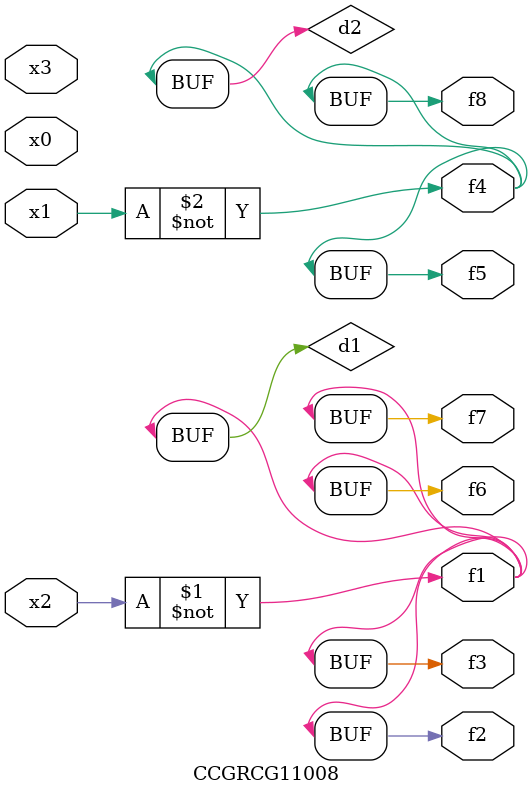
<source format=v>
module CCGRCG11008(
	input x0, x1, x2, x3,
	output f1, f2, f3, f4, f5, f6, f7, f8
);

	wire d1, d2;

	xnor (d1, x2);
	not (d2, x1);
	assign f1 = d1;
	assign f2 = d1;
	assign f3 = d1;
	assign f4 = d2;
	assign f5 = d2;
	assign f6 = d1;
	assign f7 = d1;
	assign f8 = d2;
endmodule

</source>
